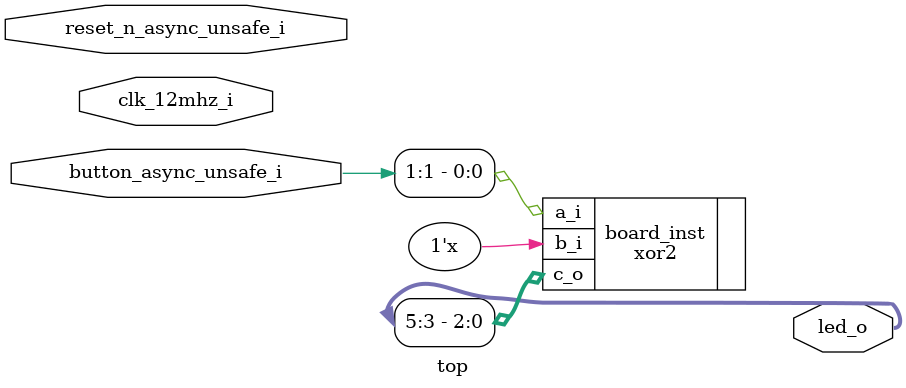
<source format=sv>
module top
  (input [0:0] clk_12mhz_i
  ,input [0:0] reset_n_async_unsafe_i
   // n: Negative Polarity (0 when pressed, 1 otherwise)
   // async: Not synchronized to clock
   // unsafe: Not De-Bounced
  ,input [3:1] button_async_unsafe_i
   // async: Not synchronized to clock
   // unsafe: Not De-Bounced
  ,output [5:1] led_o);

  // For this lab, instantiate your xor2 gate. Using two wires from
  // btn_async_unsafe_i, drive an output wire in led_o.
  //
  // Your code goes here
  
  xor2 board_inst(
  .a_i(button_async_unsafe_i[1]),
  .b_i(button_async_unsafe_i[0]),
  .c_o(led_o[5:3]));

endmodule

</source>
